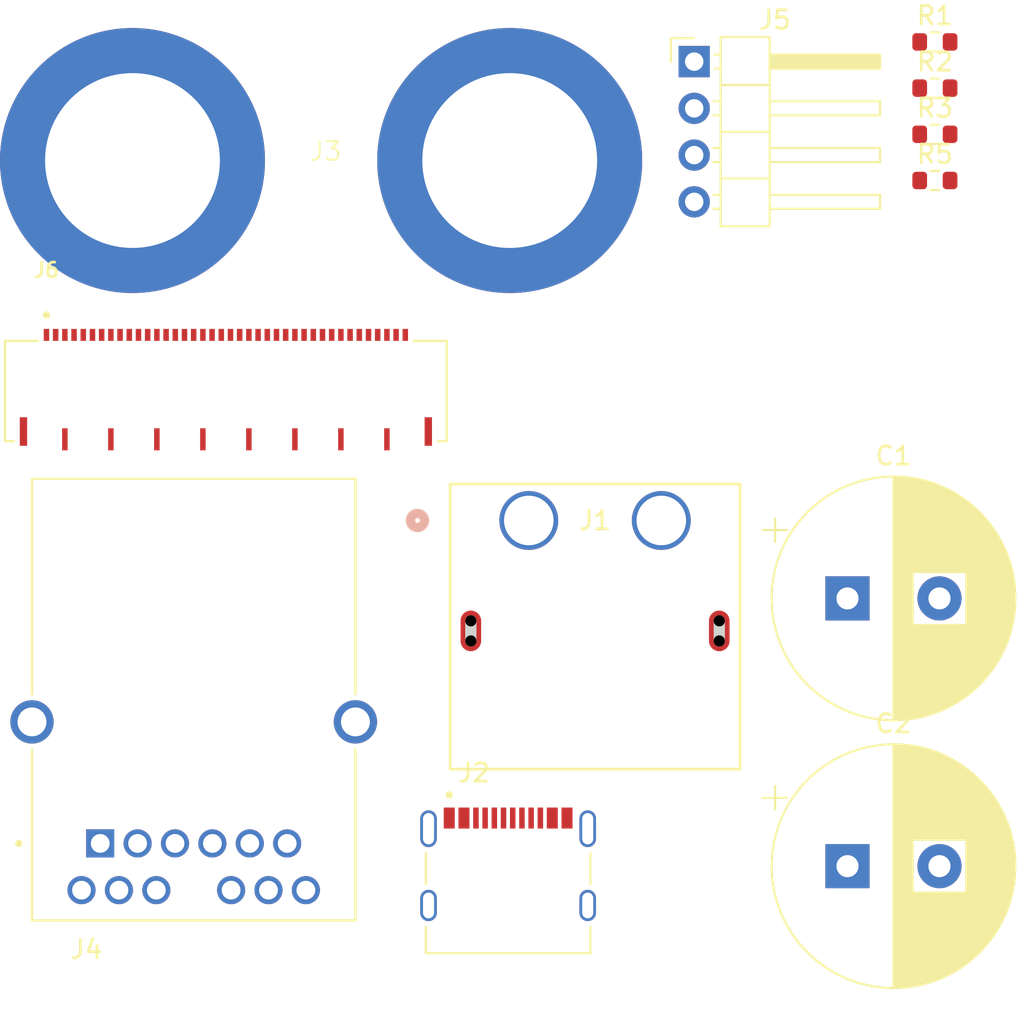
<source format=kicad_pcb>
(kicad_pcb (version 20240108) (generator "pcbnew") (generator_version "8.0")
  (layers (0 "F.Cu" signal "Front Layer") (1 "In1.Cu" power "Ground Plane") (2 "In2.Cu" mixed "Power Plane") (31 "B.Cu" signal "Bottom Layer") (34 "B.Paste" user) (35 "F.Paste" user) (36 "B.SilkS" user "B.Silkscreen") (37 "F.SilkS" user "F.Silkscreen") (38 "B.Mask" user) (39 "F.Mask" user) (44 "Edge.Cuts" user))
  (net 0 "")
  (net 1 "DCBUS")
  (net 2 "GND")
  (net 3 "/USB_DP")
  (net 4 "SHIELD")
  (net 8 "/USB_DM")
  (net 10 "Net-(J2-CC1)")
  (net 11 "Net-(J2-CC2)")
  (net 12 "/ETH0_TXN")
  (net 13 "/ETH1_CT1")
  (net 14 "/ETH0_RXP")
  (net 15 "/ETH1_RXP")
  (net 16 "/ETH1_TXN")
  (net 17 "/ETH0_CT1")
  (net 18 "/ETH1_RXN")
  (net 19 "/ETH0_RXN")
  (net 20 "/ETH1_CT2")
  (net 21 "/ETH0_TXP")
  (net 22 "/ETH1_TXP")
  (net 23 "/ETH0_CT2")
  (net 24 "VCC")
  (net 25 "Net-(J5-Pin_1)")
  (net 26 "Net-(J5-Pin_3)")
  (net 27 "/SWCLK")
  (net 28 "/SWDIO")
  (footprint "Resistor_SMD:R_0603_1608Metric" (layer "F.Cu") (at 86.250431 31.22)
    (property "Reference" "R2" (at 0 -1.43 0) (layer "F.SilkS"))
    (property "Value" "5.1k")
    (pad "1" smd roundrect (at -0.825 0) (size 0.8 0.95) (layers "F.Cu" "F.Paste" "F.Mask") (net 11 "Net-(J2-CC2)"))
    (pad "2" smd roundrect (at 0.825 0) (size 0.8 0.95) (layers "F.Cu" "F.Paste" "F.Mask") (net 2 "GND"))
  )
  (footprint "Capacitor_THT:CP_Radial_D13.0mm_P5.00mm" (layer "F.Cu") (at 81.5 73.5)
    (property "Reference" "C2" (at 2.5 -7.75 0) (layer "F.SilkS"))
    (property "Value" "100V 330uF")
    (pad "1" thru_hole rect (at 0 0) (size 2.4 2.4) (drill 1.2) (layers "*.Cu" "*.Mask") (net 1 "DCBUS"))
    (pad "2" thru_hole circle (at 5 0) (size 2.4 2.4) (drill 1.2) (layers "*.Cu" "*.Mask") (net 2 "GND"))
  )
  (footprint "Connector_PinHeader_2.54mm:PinHeader_1x04_P2.54mm_Horizontal" (layer "F.Cu") (at 73.170431 29.78)
    (property "Reference" "J5" (at 4.385 -2.27 0) (layer "F.SilkS"))
    (property "Value" "Right Angle 1x4")
    (pad "1" thru_hole rect (at 0 0) (size 1.7 1.7) (drill 1) (layers "*.Cu" "*.Mask") (net 25 "Net-(J5-Pin_1)"))
    (pad "2" thru_hole oval (at 0 2.54) (size 1.7 1.7) (drill 1) (layers "*.Cu" "*.Mask") (net 2 "GND"))
    (pad "3" thru_hole oval (at 0 5.08) (size 1.7 1.7) (drill 1) (layers "*.Cu" "*.Mask") (net 26 "Net-(J5-Pin_3)"))
    (pad "4" thru_hole oval (at 0 7.62) (size 1.7 1.7) (drill 1) (layers "*.Cu" "*.Mask") (net 24 "VCC"))
  )
  (footprint "TYPE-C-31-M-12:HRO_TYPE-C-31-M-12" (layer "F.Cu") (at 63.058931 75.635)
    (property "Reference" "J2" (at -1.85 -7.205 0) (layer "F.SilkS"))
    (property "Value" "TYPE-C-31-M-12")
    (pad "" np_thru_hole circle (at -2.89 -3.68) (size 0.6 0.6) (drill 0.6) (layers "*.Cu" "*.Mask"))
    (pad "" np_thru_hole circle (at 2.89 -3.68) (size 0.6 0.6) (drill 0.6) (layers "*.Cu" "*.Mask"))
    (pad "A1_B12" smd rect (at -3.2 -4.75) (size 0.6 1.14) (layers "F.Cu" "F.Paste") (net 2 "GND"))
    (pad "A4_B9" smd rect (at -2.4 -4.75) (size 0.6 1.14) (layers "F.Cu" "F.Paste"))
    (pad "A5" smd rect (at -1.25 -4.75) (size 0.3 1.14) (layers "F.Cu" "F.Paste") (net 10 "Net-(J2-CC1)"))
    (pad "A6" smd rect (at -0.25 -4.75) (size 0.3 1.14) (layers "F.Cu" "F.Paste") (net 3 "/USB_DP"))
    (pad "A7" smd rect (at 0.25 -4.75) (size 0.3 1.14) (layers "F.Cu" "F.Paste") (net 8 "/USB_DM"))
    (pad "A8" smd rect (at 1.25 -4.75) (size 0.3 1.14) (layers "F.Cu" "F.Paste"))
    (pad "B1_A12" smd rect (at 3.2 -4.75) (size 0.6 1.14) (layers "F.Cu" "F.Paste") (net 2 "GND"))
    (pad "B4_A9" smd rect (at 2.4 -4.75) (size 0.6 1.14) (layers "F.Cu" "F.Paste"))
    (pad "B5" smd rect (at 1.75 -4.75) (size 0.3 1.14) (layers "F.Cu" "F.Paste") (net 11 "Net-(J2-CC2)"))
    (pad "B6" smd rect (at 0.75 -4.75) (size 0.3 1.14) (layers "F.Cu" "F.Paste") (net 3 "/USB_DP"))
    (pad "B7" smd rect (at -0.75 -4.75) (size 0.3 1.14) (layers "F.Cu" "F.Paste") (net 8 "/USB_DM"))
    (pad "B8" smd rect (at -1.75 -4.75) (size 0.3 1.14) (layers "F.Cu" "F.Paste"))
    (pad "S1" thru_hole oval (at -4.325 -4.17) (size 0.9 2) (drill oval 0.6 1.7) (layers "*.Cu" "*.Mask") (net 4 "SHIELD"))
    (pad "S2" thru_hole oval (at 4.325 -4.17) (size 0.9 2) (drill oval 0.6 1.7) (layers "*.Cu" "*.Mask") (net 4 "SHIELD"))
    (pad "S3" thru_hole oval (at -4.325 0) (size 0.9 1.7) (drill oval 0.6 1.4) (layers "*.Cu" "*.Mask") (net 4 "SHIELD"))
    (pad "S4" thru_hole oval (at 4.325 0) (size 0.9 1.7) (drill oval 0.6 1.4) (layers "*.Cu" "*.Mask") (net 4 "SHIELD"))
  )
  (footprint "Capacitor_THT:CP_Radial_D13.0mm_P5.00mm" (layer "F.Cu") (at 81.5 58.95)
    (property "Reference" "C1" (at 2.5 -7.75 0) (layer "F.SilkS"))
    (property "Value" "100V 330uF")
    (pad "1" thru_hole rect (at 0 0) (size 2.4 2.4) (drill 1.2) (layers "*.Cu" "*.Mask") (net 1 "DCBUS"))
    (pad "2" thru_hole circle (at 5 0) (size 2.4 2.4) (drill 1.2) (layers "*.Cu" "*.Mask") (net 2 "GND"))
  )
  (footprint "Resistor_SMD:R_0603_1608Metric" (layer "F.Cu") (at 86.250431 33.73)
    (property "Reference" "R3" (at 0 -1.43 0) (layer "F.SilkS"))
    (property "Value" "22R")
    (pad "1" smd roundrect (at -0.825 0) (size 0.8 0.95) (layers "F.Cu" "F.Paste" "F.Mask") (net 26 "Net-(J5-Pin_3)"))
    (pad "2" smd roundrect (at 0.825 0) (size 0.8 0.95) (layers "F.Cu" "F.Paste" "F.Mask") (net 27 "/SWCLK"))
  )
  (footprint "holes:Dual Post" (layer "F.Cu") (at 53.145431 35.155)
    (property "Reference" "J3" (at 0 -0.5 0) (layer "F.SilkS") (effects (font (thickness 0.1))))
    (property "Value" "Mounting holes")
    (pad "1" thru_hole circle (at -10.5 0) (size 14.4 14.4) (drill 9.5) (layers "*.Cu" "*.Mask") (net 1 "DCBUS"))
    (pad "2" thru_hole circle (at 10 0) (size 14.4 14.4) (drill 9.5) (layers "*.Cu" "*.Mask") (net 2 "GND"))
  )
  (footprint "FH41:HRS_FH41-40S-0.5SH_05_" (layer "F.Cu") (at 47.720431 47.605)
    (property "Reference" "J6" (at -9.75 -6.5 0) (layer "F.SilkS") (effects (font (size 0.787402 0.787402))))
    (property "Value" "FH41-40S-0.5SH_05_")
    (pad "1" smd rect (at -9.75 -2.975) (size 0.3 0.65) (layers "F.Cu") (net 2 "GND"))
    (pad "2" smd rect (at -9.25 -2.975) (size 0.3 0.65) (layers "F.Cu") (net 2 "GND"))
    (pad "3" smd rect (at -8.75 -2.975) (size 0.3 0.65) (layers "F.Cu") (net 2 "GND"))
    (pad "4" smd rect (at -8.25 -2.975) (size 0.3 0.65) (layers "F.Cu") (net 3 "/USB_DP"))
    (pad "5" smd rect (at -7.75 -2.975) (size 0.3 0.65) (layers "F.Cu") (net 2 "GND"))
    (pad "6" smd rect (at -7.25 -2.975) (size 0.3 0.65) (layers "F.Cu") (net 8 "/USB_DM"))
    (pad "7" smd rect (at -6.75 -2.975) (size 0.3 0.65) (layers "F.Cu") (net 2 "GND"))
    (pad "8" smd rect (at -6.25 -2.975) (size 0.3 0.65) (layers "F.Cu") (net 14 "/ETH0_RXP"))
    (pad "9" smd rect (at -5.75 -2.975) (size 0.3 0.65) (layers "F.Cu") (net 2 "GND"))
    (pad "10" smd rect (at -5.25 -2.975) (size 0.3 0.65) (layers "F.Cu") (net 17 "/ETH0_CT1"))
    (pad "11" smd rect (at -4.75 -2.975) (size 0.3 0.65) (layers "F.Cu") (net 2 "GND"))
    (pad "12" smd rect (at -4.25 -2.975) (size 0.3 0.65) (layers "F.Cu") (net 19 "/ETH0_RXN"))
    (pad "13" smd rect (at -3.75 -2.975) (size 0.3 0.65) (layers "F.Cu") (net 2 "GND"))
    (pad "14" smd rect (at -3.25 -2.975) (size 0.3 0.65) (layers "F.Cu") (net 21 "/ETH0_TXP"))
    (pad "15" smd rect (at -2.75 -2.975) (size 0.3 0.65) (layers "F.Cu") (net 2 "GND"))
    (pad "16" smd rect (at -2.25 -2.975) (size 0.3 0.65) (layers "F.Cu") (net 23 "/ETH0_CT2"))
    (pad "17" smd rect (at -1.75 -2.975) (size 0.3 0.65) (layers "F.Cu") (net 2 "GND"))
    (pad "18" smd rect (at -1.25 -2.975) (size 0.3 0.65) (layers "F.Cu") (net 12 "/ETH0_TXN"))
    (pad "19" smd rect (at -0.75 -2.975) (size 0.3 0.65) (layers "F.Cu") (net 2 "GND"))
    (pad "20" smd rect (at -0.25 -2.975) (size 0.3 0.65) (layers "F.Cu") (net 2 "GND"))
    (pad "21" smd rect (at 0.25 -2.975) (size 0.3 0.65) (layers "F.Cu") (net 2 "GND"))
    (pad "22" smd rect (at 0.75 -2.975) (size 0.3 0.65) (layers "F.Cu") (net 15 "/ETH1_RXP"))
    (pad "23" smd rect (at 1.25 -2.975) (size 0.3 0.65) (layers "F.Cu") (net 2 "GND"))
    (pad "24" smd rect (at 1.75 -2.975) (size 0.3 0.65) (layers "F.Cu") (net 13 "/ETH1_CT1"))
    (pad "25" smd rect (at 2.25 -2.975) (size 0.3 0.65) (layers "F.Cu") (net 2 "GND"))
    (pad "26" smd rect (at 2.75 -2.975) (size 0.3 0.65) (layers "F.Cu") (net 18 "/ETH1_RXN"))
    (pad "27" smd rect (at 3.25 -2.975) (size 0.3 0.65) (layers "F.Cu") (net 2 "GND"))
    (pad "28" smd rect (at 3.75 -2.975) (size 0.3 0.65) (layers "F.Cu") (net 22 "/ETH1_TXP"))
    (pad "29" smd rect (at 4.25 -2.975) (size 0.3 0.65) (layers "F.Cu") (net 2 "GND"))
    (pad "30" smd rect (at 4.75 -2.975) (size 0.3 0.65) (layers "F.Cu") (net 20 "/ETH1_CT2"))
    (pad "31" smd rect (at 5.25 -2.975) (size 0.3 0.65) (layers "F.Cu") (net 2 "GND"))
    (pad "32" smd rect (at 5.75 -2.975) (size 0.3 0.65) (layers "F.Cu") (net 16 "/ETH1_TXN"))
    (pad "33" smd rect (at 6.25 -2.975) (size 0.3 0.65) (layers "F.Cu") (net 2 "GND"))
    (pad "34" smd rect (at 6.75 -2.975) (size 0.3 0.65) (layers "F.Cu") (net 28 "/SWDIO"))
    (pad "35" smd rect (at 7.25 -2.975) (size 0.3 0.65) (layers "F.Cu") (net 2 "GND"))
    (pad "36" smd rect (at 7.75 -2.975) (size 0.3 0.65) (layers "F.Cu") (net 27 "/SWCLK"))
    (pad "37" smd rect (at 8.25 -2.975) (size 0.3 0.65) (layers "F.Cu") (net 2 "GND"))
    (pad "38" smd rect (at 8.75 -2.975) (size 0.3 0.65) (layers "F.Cu") (net 24 "VCC"))
    (pad "39" smd rect (at 9.25 -2.975) (size 0.3 0.65) (layers "F.Cu") (net 2 "GND"))
    (pad "40" smd rect (at 9.75 -2.975) (size 0.3 0.65) (layers "F.Cu") (net 2 "GND"))
    (pad "41" smd rect (at -8.75 2.7) (size 0.3 1.2) (layers "F.Cu" "F.Mask") (net 4 "SHIELD"))
    (pad "42" smd rect (at -6.25 2.7) (size 0.3 1.2) (layers "F.Cu" "F.Mask") (net 4 "SHIELD"))
    (pad "43" smd rect (at -3.75 2.7) (size 0.3 1.2) (layers "F.Cu" "F.Mask") (net 4 "SHIELD"))
    (pad "44" smd rect (at -1.25 2.7) (size 0.3 1.2) (layers "F.Cu" "F.Mask") (net 4 "SHIELD"))
    (pad "45" smd rect (at 1.25 2.7) (size 0.3 1.2) (layers "F.Cu" "F.Mask") (net 4 "SHIELD"))
    (pad "46" smd rect (at 3.75 2.7) (size 0.3 1.2) (layers "F.Cu" "F.Mask") (net 4 "SHIELD"))
    (pad "47" smd rect (at 6.25 2.7) (size 0.3 1.2) (layers "F.Cu" "F.Mask") (net 4 "SHIELD"))
    (pad "48" smd rect (at 8.75 2.7) (size 0.3 1.2) (layers "F.Cu" "F.Mask") (net 4 "SHIELD"))
    (pad "49" smd rect (at -11 2.275) (size 0.4 1.55) (layers "F.Cu" "F.Paste" "F.Mask") (net 4 "SHIELD"))
    (pad "50" smd rect (at 11 2.275) (size 0.4 1.55) (layers "F.Cu" "F.Paste" "F.Mask") (net 4 "SHIELD"))
  )
  (footprint "Resistor_SMD:R_0603_1608Metric" (layer "F.Cu") (at 86.250431 36.24)
    (property "Reference" "R5" (at 0 -1.43 0) (layer "F.SilkS"))
    (property "Value" "22R")
    (pad "1" smd roundrect (at -0.825 0) (size 0.8 0.95) (layers "F.Cu" "F.Paste" "F.Mask") (net 28 "/SWDIO"))
    (pad "2" smd roundrect (at 0.825 0) (size 0.8 0.95) (layers "F.Cu" "F.Paste" "F.Mask") (net 25 "Net-(J5-Pin_1)"))
  )
  (footprint "RJ45:BEL_L8AL-1X1T-32A" (layer "F.Cu") (at 45.972031 65.66)
    (property "Reference" "J4" (at -5.825 12.365 0) (layer "F.SilkS"))
    (property "Value" "DNP")
    (pad "" np_thru_hole circle (at -4.826 0) (size 3.2512 3.2512) (drill 3.2512) (layers "*.Cu" "*.Mask"))
    (pad "" np_thru_hole circle (at 4.826 0) (size 3.2512 3.2512) (drill 3.2512) (layers "*.Cu" "*.Mask"))
    (pad "1" thru_hole rect (at -5.08 6.604) (size 1.53 1.53) (drill 1.02) (layers "*.Cu" "*.Mask") (net 13 "/ETH1_CT1"))
    (pad "2" thru_hole circle (at -3.048 6.604) (size 1.53 1.53) (drill 1.02) (layers "*.Cu" "*.Mask") (net 18 "/ETH1_RXN"))
    (pad "3" thru_hole circle (at -1.016 6.604) (size 1.53 1.53) (drill 1.02) (layers "*.Cu" "*.Mask") (net 15 "/ETH1_RXP"))
    (pad "4" thru_hole circle (at 1.016 6.604) (size 1.53 1.53) (drill 1.02) (layers "*.Cu" "*.Mask") (net 21 "/ETH0_TXP"))
    (pad "5" thru_hole circle (at 3.048 6.604) (size 1.53 1.53) (drill 1.02) (layers "*.Cu" "*.Mask") (net 12 "/ETH0_TXN"))
    (pad "6" thru_hole circle (at 5.08 6.604) (size 1.53 1.53) (drill 1.02) (layers "*.Cu" "*.Mask") (net 23 "/ETH0_CT2"))
    (pad "7" thru_hole circle (at -6.096 9.144) (size 1.53 1.53) (drill 1.02) (layers "*.Cu" "*.Mask") (net 20 "/ETH1_CT2"))
    (pad "8" thru_hole circle (at -4.064 9.144) (size 1.53 1.53) (drill 1.02) (layers "*.Cu" "*.Mask") (net 22 "/ETH1_TXP"))
    (pad "9" thru_hole circle (at -2.032 9.144) (size 1.53 1.53) (drill 1.02) (layers "*.Cu" "*.Mask") (net 16 "/ETH1_TXN"))
    (pad "10" thru_hole circle (at 2.032 9.144) (size 1.53 1.53) (drill 1.02) (layers "*.Cu" "*.Mask") (net 19 "/ETH0_RXN"))
    (pad "11" thru_hole circle (at 4.064 9.144) (size 1.53 1.53) (drill 1.02) (layers "*.Cu" "*.Mask") (net 14 "/ETH0_RXP"))
    (pad "12" thru_hole circle (at 6.096 9.144) (size 1.53 1.53) (drill 1.02) (layers "*.Cu" "*.Mask") (net 17 "/ETH0_CT1"))
    (pad "S1" thru_hole circle (at -8.7884 0) (size 2.355 2.355) (drill 1.57) (layers "*.Cu" "*.Mask") (net 4 "SHIELD"))
    (pad "S2" thru_hole circle (at 8.7884 0) (size 2.355 2.355) (drill 1.57) (layers "*.Cu" "*.Mask") (net 4 "SHIELD"))
  )
  (footprint "footprints:CONN_XT60PW-M_AMA" (layer "F.Cu") (at 64.182431 54.715)
    (property "Reference" "J1" (at 3.6 0 0) (layer "F.SilkS"))
    (property "Value" "XT60PW-M")
    (fp_line (start -3.15 6.546101) (end -3.15 5.453901) (stroke (width 0.6096)) (layer "Edge.Cuts"))
    (fp_line (start 10.35 6.546101) (end 10.35 5.453901) (stroke (width 0.6096)) (layer "Edge.Cuts"))
    (pad "" np_thru_hole circle (at -3.15 5.453901) (size 0.6096 0.6096) (drill 0.6096) (layers))
    (pad "" np_thru_hole circle (at -3.15 6.546101) (size 0.6096 0.6096) (drill 0.6096) (layers))
    (pad "" np_thru_hole circle (at 10.35 5.453901) (size 0.6096 0.6096) (drill 0.6096) (layers))
    (pad "" np_thru_hole circle (at 10.35 6.546101) (size 0.6096 0.6096) (drill 0.6096) (layers))
    (pad "1" thru_hole circle (at 0 0) (size 3.2004 3.2004) (drill 2.6924) (layers "*.Cu" "*.Mask") (net 1 "DCBUS"))
    (pad "2" thru_hole circle (at 7.200001 0) (size 3.2004 3.2004) (drill 2.6924) (layers "*.Cu" "*.Mask") (net 2 "GND"))
    (pad "3" smd oval (at -3.149999 6.000001) (size 1.1176 2.2098) (layers "F.Cu" "F.Paste" "F.Mask"))
    (pad "4" smd oval (at 10.35 6.000001) (size 1.1176 2.2098) (layers "F.Cu" "F.Paste" "F.Mask"))
  )
  (footprint "Resistor_SMD:R_0603_1608Metric" (layer "F.Cu") (at 86.250431 28.71)
    (property "Reference" "R1" (at 0 -1.43 0) (layer "F.SilkS"))
    (property "Value" "5.1k")
    (pad "1" smd roundrect (at -0.825 0) (size 0.8 0.95) (layers "F.Cu" "F.Paste" "F.Mask") (net 10 "Net-(J2-CC1)"))
    (pad "2" smd roundrect (at 0.825 0) (size 0.8 0.95) (layers "F.Cu" "F.Paste" "F.Mask") (net 2 "GND"))
  )
)
</source>
